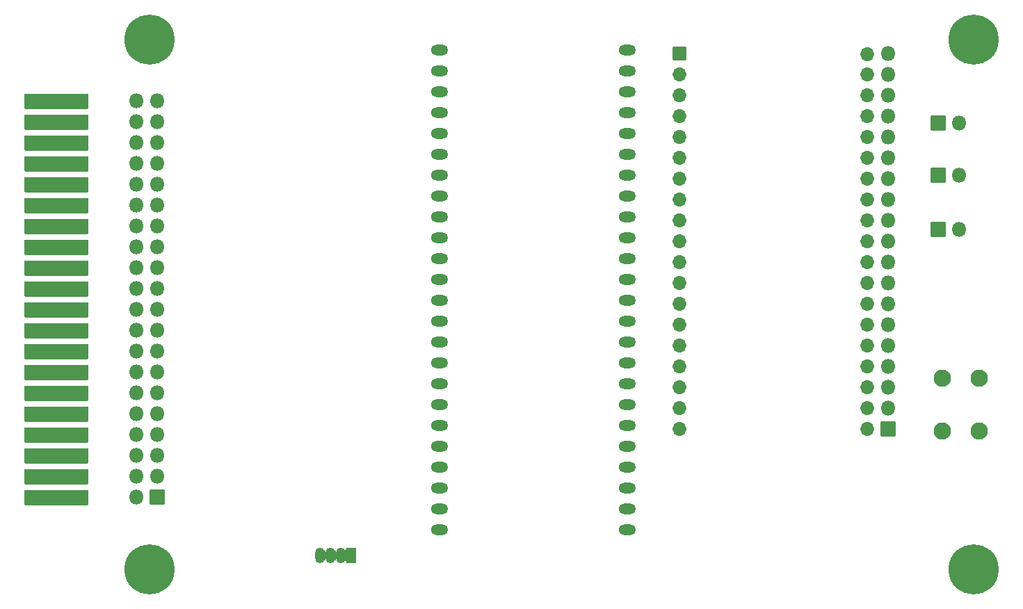
<source format=gbr>
%TF.GenerationSoftware,KiCad,Pcbnew,(6.0.11)*%
%TF.CreationDate,2023-05-02T12:30:58-07:00*%
%TF.ProjectId,TRS-IO-M1,5452532d-494f-42d4-9d31-2e6b69636164,rev?*%
%TF.SameCoordinates,Original*%
%TF.FileFunction,Soldermask,Bot*%
%TF.FilePolarity,Negative*%
%FSLAX46Y46*%
G04 Gerber Fmt 4.6, Leading zero omitted, Abs format (unit mm)*
G04 Created by KiCad (PCBNEW (6.0.11)) date 2023-05-02 12:30:58*
%MOMM*%
%LPD*%
G01*
G04 APERTURE LIST*
G04 Aperture macros list*
%AMRoundRect*
0 Rectangle with rounded corners*
0 $1 Rounding radius*
0 $2 $3 $4 $5 $6 $7 $8 $9 X,Y pos of 4 corners*
0 Add a 4 corners polygon primitive as box body*
4,1,4,$2,$3,$4,$5,$6,$7,$8,$9,$2,$3,0*
0 Add four circle primitives for the rounded corners*
1,1,$1+$1,$2,$3*
1,1,$1+$1,$4,$5*
1,1,$1+$1,$6,$7*
1,1,$1+$1,$8,$9*
0 Add four rect primitives between the rounded corners*
20,1,$1+$1,$2,$3,$4,$5,0*
20,1,$1+$1,$4,$5,$6,$7,0*
20,1,$1+$1,$6,$7,$8,$9,0*
20,1,$1+$1,$8,$9,$2,$3,0*%
G04 Aperture macros list end*
%ADD10RoundRect,0.051000X0.850000X0.850000X-0.850000X0.850000X-0.850000X-0.850000X0.850000X-0.850000X0*%
%ADD11O,1.802000X1.802000*%
%ADD12RoundRect,0.051000X-3.810000X0.889000X-3.810000X-0.889000X3.810000X-0.889000X3.810000X0.889000X0*%
%ADD13C,6.102000*%
%ADD14C,0.902000*%
%ADD15O,2.102000X1.302000*%
%ADD16RoundRect,0.051000X0.850000X-0.850000X0.850000X0.850000X-0.850000X0.850000X-0.850000X-0.850000X0*%
%ADD17RoundRect,0.051000X-0.800000X-0.800000X0.800000X-0.800000X0.800000X0.800000X-0.800000X0.800000X0*%
%ADD18O,1.702000X1.702000*%
%ADD19RoundRect,0.051000X0.535000X0.900000X-0.535000X0.900000X-0.535000X-0.900000X0.535000X-0.900000X0*%
%ADD20O,1.172000X1.902000*%
%ADD21C,2.102000*%
G04 APERTURE END LIST*
D10*
%TO.C,J1*%
X119278400Y-116687600D03*
D11*
X116738400Y-116687600D03*
X119278400Y-114147600D03*
X116738400Y-114147600D03*
X119278400Y-111607600D03*
X116738400Y-111607600D03*
X119278400Y-109067600D03*
X116738400Y-109067600D03*
X119278400Y-106527600D03*
X116738400Y-106527600D03*
X119278400Y-103987600D03*
X116738400Y-103987600D03*
X119278400Y-101447600D03*
X116738400Y-101447600D03*
X119278400Y-98907600D03*
X116738400Y-98907600D03*
X119278400Y-96367600D03*
X116738400Y-96367600D03*
X119278400Y-93827600D03*
X116738400Y-93827600D03*
X119278400Y-91287600D03*
X116738400Y-91287600D03*
X119278400Y-88747600D03*
X116738400Y-88747600D03*
X119278400Y-86207600D03*
X116738400Y-86207600D03*
X119278400Y-83667600D03*
X116738400Y-83667600D03*
X119278400Y-81127600D03*
X116738400Y-81127600D03*
X119278400Y-78587600D03*
X116738400Y-78587600D03*
X119278400Y-76047600D03*
X116738400Y-76047600D03*
X119278400Y-73507600D03*
X116738400Y-73507600D03*
X119278400Y-70967600D03*
X116738400Y-70967600D03*
X119278400Y-68427600D03*
X116738400Y-68427600D03*
%TD*%
D12*
%TO.C,J2*%
X106984800Y-116713000D03*
X106984800Y-114173000D03*
X106984800Y-111633000D03*
X106984800Y-109093000D03*
X106984800Y-106553000D03*
X106984800Y-104013000D03*
X106984800Y-101473000D03*
X106984800Y-98933000D03*
X106984800Y-96393000D03*
X106984800Y-93853000D03*
X106984800Y-91313000D03*
X106984800Y-88773000D03*
X106984800Y-86233000D03*
X106984800Y-83693000D03*
X106984800Y-81153000D03*
X106984800Y-78613000D03*
X106984800Y-76073000D03*
X106984800Y-73533000D03*
X106984800Y-70993000D03*
X106984800Y-68453000D03*
%TD*%
D13*
%TO.C,H1*%
X118364000Y-60960000D03*
D14*
X119954990Y-62550990D03*
X116773010Y-59369010D03*
X120614000Y-60960000D03*
X118364000Y-58710000D03*
X116114000Y-60960000D03*
X118364000Y-63210000D03*
X119954990Y-59369010D03*
X116773010Y-62550990D03*
%TD*%
%TO.C,H2*%
X220284990Y-62550990D03*
X220944000Y-60960000D03*
D13*
X218694000Y-60960000D03*
D14*
X216444000Y-60960000D03*
X217103010Y-62550990D03*
X217103010Y-59369010D03*
X220284990Y-59369010D03*
X218694000Y-63210000D03*
X218694000Y-58710000D03*
%TD*%
%TO.C,H3*%
X120614000Y-125476000D03*
X118364000Y-127726000D03*
X119954990Y-123885010D03*
X116773010Y-127066990D03*
D13*
X118364000Y-125476000D03*
D14*
X116114000Y-125476000D03*
X118364000Y-123226000D03*
X119954990Y-127066990D03*
X116773010Y-123885010D03*
%TD*%
%TO.C,H4*%
X220284990Y-123885010D03*
X216444000Y-125476000D03*
X220284990Y-127066990D03*
X218694000Y-127726000D03*
X217103010Y-123885010D03*
X220944000Y-125476000D03*
X218694000Y-123226000D03*
X217103010Y-127066990D03*
D13*
X218694000Y-125476000D03*
%TD*%
D15*
%TO.C,U5*%
X153650000Y-62230000D03*
X153650000Y-64770000D03*
X153650000Y-67310000D03*
X153650000Y-69850000D03*
X153650000Y-72390000D03*
X153650000Y-74930000D03*
X153650000Y-77470000D03*
X153650000Y-80010000D03*
X153650000Y-82550000D03*
X153650000Y-85090000D03*
X153650000Y-87630000D03*
X153650000Y-90170000D03*
X153650000Y-92710000D03*
X153650000Y-95250000D03*
X153650000Y-97790000D03*
X153650000Y-100330000D03*
X153650000Y-102870000D03*
X153650000Y-105410000D03*
X153650000Y-107950000D03*
X153650000Y-110490000D03*
X153650000Y-113030000D03*
X153650000Y-115570000D03*
X153650000Y-118110000D03*
X153650000Y-120650000D03*
X176550000Y-120650000D03*
X176550000Y-118110000D03*
X176550000Y-115570000D03*
X176550000Y-113030000D03*
X176550000Y-110490000D03*
X176550000Y-107950000D03*
X176550000Y-105410000D03*
X176550000Y-102870000D03*
X176550000Y-100330000D03*
X176550000Y-97790000D03*
X176550000Y-95250000D03*
X176550000Y-92710000D03*
X176550000Y-90170000D03*
X176550000Y-87630000D03*
X176550000Y-85090000D03*
X176550000Y-82550000D03*
X176550000Y-80010000D03*
X176550000Y-77470000D03*
X176550000Y-74930000D03*
X176550000Y-72390000D03*
X176550000Y-69850000D03*
X176550000Y-67310000D03*
X176550000Y-64770000D03*
X176550000Y-62230000D03*
%TD*%
D16*
%TO.C,J4*%
X214371000Y-71120000D03*
D11*
X216911000Y-71120000D03*
%TD*%
D17*
%TO.C,U6*%
X182880000Y-62645000D03*
D18*
X182880000Y-65185000D03*
X182880000Y-67725000D03*
X182880000Y-70265000D03*
X182880000Y-72805000D03*
X182880000Y-75345000D03*
X182880000Y-77885000D03*
X182880000Y-80425000D03*
X182880000Y-82965000D03*
X182880000Y-85505000D03*
X182880000Y-88045000D03*
X182880000Y-90585000D03*
X182880000Y-93125000D03*
X182880000Y-95665000D03*
X182880000Y-98205000D03*
X182880000Y-100745000D03*
X182880000Y-103285000D03*
X182880000Y-105825000D03*
X182880000Y-108365000D03*
X205740000Y-108365000D03*
X205740000Y-105825000D03*
X205740000Y-103285000D03*
X205740000Y-100745000D03*
X205740000Y-98205000D03*
X205740000Y-95665000D03*
X205740000Y-93125000D03*
X205740000Y-90585000D03*
X205740000Y-88045000D03*
X205740000Y-85505000D03*
X205740000Y-82965000D03*
X205740000Y-80425000D03*
X205740000Y-77885000D03*
X205740000Y-75345000D03*
X205740000Y-72805000D03*
X205740000Y-70265000D03*
X205740000Y-67725000D03*
X205740000Y-65185000D03*
X205740000Y-62708500D03*
%TD*%
D16*
%TO.C,J5*%
X214376000Y-84074000D03*
D11*
X216916000Y-84074000D03*
%TD*%
D16*
%TO.C,J3*%
X214371000Y-77470000D03*
D11*
X216911000Y-77470000D03*
%TD*%
D10*
%TO.C,J6*%
X208280000Y-108370000D03*
D11*
X208280000Y-105830000D03*
X208280000Y-103290000D03*
X208280000Y-100750000D03*
X208280000Y-98210000D03*
X208280000Y-95670000D03*
X208280000Y-93130000D03*
X208280000Y-90590000D03*
X208280000Y-88050000D03*
X208280000Y-85510000D03*
X208280000Y-82970000D03*
X208280000Y-80430000D03*
X208280000Y-77890000D03*
X208280000Y-75350000D03*
X208280000Y-72810000D03*
X208280000Y-70270000D03*
X208280000Y-67730000D03*
X208280000Y-65190000D03*
X208280000Y-62650000D03*
%TD*%
D19*
%TO.C,D1*%
X142900400Y-123748800D03*
D20*
X141630400Y-123748800D03*
X140360400Y-123748800D03*
X139090400Y-123748800D03*
%TD*%
D21*
%TO.C,SW1*%
X219405200Y-102158800D03*
X219405200Y-108658800D03*
X214905200Y-102158800D03*
X214905200Y-108658800D03*
%TD*%
G36*
X142315612Y-122949371D02*
G01*
X142316400Y-122950962D01*
X142316400Y-124545970D01*
X142315400Y-124547702D01*
X142313400Y-124547702D01*
X142312481Y-124546533D01*
X142292805Y-124479521D01*
X142240462Y-124434166D01*
X142171909Y-124424309D01*
X142108753Y-124453152D01*
X142088698Y-124475350D01*
X142066841Y-124506450D01*
X142066520Y-124506807D01*
X142057763Y-124514446D01*
X142055800Y-124514831D01*
X142054485Y-124513324D01*
X142054861Y-124511721D01*
X142136145Y-124405790D01*
X142194484Y-124264946D01*
X142214400Y-124113668D01*
X142214400Y-123383932D01*
X142194484Y-123232654D01*
X142136145Y-123091810D01*
X142056754Y-122988345D01*
X142056493Y-122986362D01*
X142058080Y-122985144D01*
X142059672Y-122985634D01*
X142070610Y-122995380D01*
X142070927Y-122995740D01*
X142087872Y-123020394D01*
X142141822Y-123064294D01*
X142210650Y-123072025D01*
X142272729Y-123041319D01*
X142308438Y-122981782D01*
X142312416Y-122950708D01*
X142313628Y-122949117D01*
X142315612Y-122949371D01*
G37*
G36*
X141119759Y-123101941D02*
G01*
X141119793Y-123103548D01*
X141066316Y-123232654D01*
X141046400Y-123383932D01*
X141046400Y-124113668D01*
X141066316Y-124264946D01*
X141118604Y-124391180D01*
X141118343Y-124393163D01*
X141116495Y-124393928D01*
X141115108Y-124393078D01*
X141102393Y-124374578D01*
X141101866Y-124374620D01*
X141101130Y-124374020D01*
X141068264Y-124330504D01*
X141003269Y-124306578D01*
X140935659Y-124321589D01*
X140886729Y-124370937D01*
X140880403Y-124384600D01*
X140877904Y-124391009D01*
X140877677Y-124391433D01*
X140874491Y-124395967D01*
X140872677Y-124396809D01*
X140871041Y-124395659D01*
X140871007Y-124394052D01*
X140924484Y-124264946D01*
X140944400Y-124113668D01*
X140944400Y-123383932D01*
X140924484Y-123232654D01*
X140872196Y-123106420D01*
X140872457Y-123104437D01*
X140874305Y-123103672D01*
X140875692Y-123104522D01*
X140888407Y-123123022D01*
X140888934Y-123122980D01*
X140889670Y-123123580D01*
X140922536Y-123167096D01*
X140987531Y-123191022D01*
X141055141Y-123176011D01*
X141104071Y-123126663D01*
X141110397Y-123113000D01*
X141112896Y-123106591D01*
X141113123Y-123106167D01*
X141116309Y-123101633D01*
X141118123Y-123100791D01*
X141119759Y-123101941D01*
G37*
G36*
X139849759Y-123101941D02*
G01*
X139849793Y-123103548D01*
X139796316Y-123232654D01*
X139776400Y-123383932D01*
X139776400Y-124113668D01*
X139796316Y-124264946D01*
X139848604Y-124391180D01*
X139848343Y-124393163D01*
X139846495Y-124393928D01*
X139845108Y-124393078D01*
X139832393Y-124374578D01*
X139831866Y-124374620D01*
X139831130Y-124374020D01*
X139798264Y-124330504D01*
X139733269Y-124306578D01*
X139665659Y-124321589D01*
X139616729Y-124370937D01*
X139610403Y-124384600D01*
X139607904Y-124391009D01*
X139607677Y-124391433D01*
X139604491Y-124395967D01*
X139602677Y-124396809D01*
X139601041Y-124395659D01*
X139601007Y-124394052D01*
X139654484Y-124264946D01*
X139674400Y-124113668D01*
X139674400Y-123383932D01*
X139654484Y-123232654D01*
X139602196Y-123106420D01*
X139602457Y-123104437D01*
X139604305Y-123103672D01*
X139605692Y-123104522D01*
X139618407Y-123123022D01*
X139618934Y-123122980D01*
X139619670Y-123123580D01*
X139652536Y-123167096D01*
X139717531Y-123191022D01*
X139785141Y-123176011D01*
X139834071Y-123126663D01*
X139840397Y-123113000D01*
X139842896Y-123106591D01*
X139843123Y-123106167D01*
X139846309Y-123101633D01*
X139848123Y-123100791D01*
X139849759Y-123101941D01*
G37*
M02*

</source>
